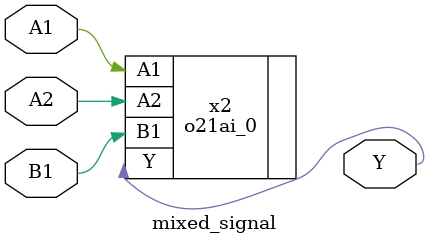
<source format=v>
module mixed_signal
(
  output wire Y,
  input wire A1,
  input wire A2,
  input wire B1
);
o21ai_0
x2 ( 
 .A1( A1 ),
 .A2( A2 ),
 .B1( B1 ),
 .Y( Y )
);

endmodule

</source>
